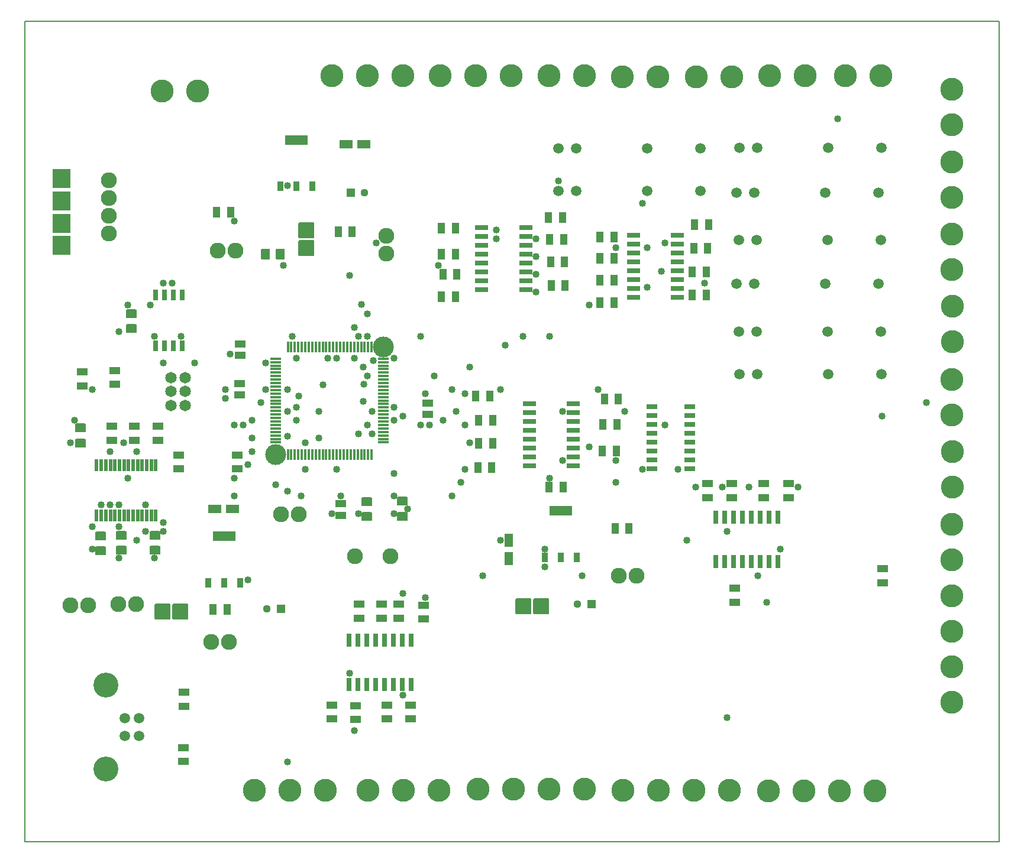
<source format=gbr>
G04 PROTEUS GERBER X2 FILE*
%TF.GenerationSoftware,Labcenter,Proteus,8.9-SP0-Build27865*%
%TF.CreationDate,2020-09-22T21:26:54+00:00*%
%TF.FileFunction,Soldermask,Top*%
%TF.FilePolarity,Negative*%
%TF.Part,Single*%
%TF.SameCoordinates,{f185f003-b8c0-4bff-ac61-c446508f75ad}*%
%FSLAX45Y45*%
%MOMM*%
G01*
%TA.AperFunction,Material*%
%ADD52C,1.016000*%
%AMPPAD047*
4,1,4,
-0.749300,-0.152400,
-0.749300,0.152400,
0.749300,0.152400,
0.749300,-0.152400,
-0.749300,-0.152400,
0*%
%TA.AperFunction,Material*%
%ADD53PPAD047*%
%AMPPAD048*
4,1,4,
-0.152400,0.749300,
0.152400,0.749300,
0.152400,-0.749300,
-0.152400,-0.749300,
-0.152400,0.749300,
0*%
%ADD54PPAD048*%
%ADD55C,3.000000*%
%AMPPAD050*
4,1,4,
-0.735000,-0.535000,
-0.735000,0.535000,
0.735000,0.535000,
0.735000,-0.535000,
-0.735000,-0.535000,
0*%
%TA.AperFunction,Material*%
%ADD56PPAD050*%
%AMPPAD051*
4,1,36,
-0.508000,0.762000,
0.508000,0.762000,
0.533970,0.759470,
0.557980,0.752200,
0.579580,0.740650,
0.598290,0.725290,
0.613650,0.706570,
0.625200,0.684980,
0.632470,0.660970,
0.635000,0.635000,
0.635000,-0.635000,
0.632470,-0.660970,
0.625200,-0.684980,
0.613650,-0.706570,
0.598290,-0.725290,
0.579580,-0.740650,
0.557980,-0.752200,
0.533970,-0.759470,
0.508000,-0.762000,
-0.508000,-0.762000,
-0.533970,-0.759470,
-0.557980,-0.752200,
-0.579580,-0.740650,
-0.598290,-0.725290,
-0.613650,-0.706570,
-0.625200,-0.684980,
-0.632470,-0.660970,
-0.635000,-0.635000,
-0.635000,0.635000,
-0.632470,0.660970,
-0.625200,0.684980,
-0.613650,0.706570,
-0.598290,0.725290,
-0.579580,0.740650,
-0.557980,0.752200,
-0.533970,0.759470,
-0.508000,0.762000,
0*%
%ADD57PPAD051*%
%TA.AperFunction,Material*%
%ADD58C,1.651000*%
%TA.AperFunction,Material*%
%ADD59C,2.286000*%
%AMPPAD054*
4,1,36,
0.762000,0.508000,
0.762000,-0.508000,
0.759470,-0.533970,
0.752200,-0.557980,
0.740650,-0.579580,
0.725290,-0.598290,
0.706570,-0.613650,
0.684980,-0.625200,
0.660970,-0.632470,
0.635000,-0.635000,
-0.635000,-0.635000,
-0.660970,-0.632470,
-0.684980,-0.625200,
-0.706570,-0.613650,
-0.725290,-0.598290,
-0.740650,-0.579580,
-0.752200,-0.557980,
-0.759470,-0.533970,
-0.762000,-0.508000,
-0.762000,0.508000,
-0.759470,0.533970,
-0.752200,0.557980,
-0.740650,0.579580,
-0.725290,0.598290,
-0.706570,0.613650,
-0.684980,0.625200,
-0.660970,0.632470,
-0.635000,0.635000,
0.635000,0.635000,
0.660970,0.632470,
0.684980,0.625200,
0.706570,0.613650,
0.725290,0.598290,
0.740650,0.579580,
0.752200,0.557980,
0.759470,0.533970,
0.762000,0.508000,
0*%
%TA.AperFunction,Material*%
%ADD60PPAD054*%
%AMPPAD055*
4,1,4,
0.469900,-0.723900,
-0.469900,-0.723900,
-0.469900,0.723900,
0.469900,0.723900,
0.469900,-0.723900,
0*%
%ADD61PPAD055*%
%AMPPAD056*
4,1,4,
0.723900,0.469900,
0.723900,-0.469900,
-0.723900,-0.469900,
-0.723900,0.469900,
0.723900,0.469900,
0*%
%ADD62PPAD056*%
%ADD63C,3.302000*%
%AMPPAD058*
4,1,4,
0.350000,0.775000,
0.350000,-0.775000,
-0.350000,-0.775000,
-0.350000,0.775000,
0.350000,0.775000,
0*%
%TA.AperFunction,Material*%
%ADD64PPAD058*%
%AMPPAD059*
4,1,36,
-0.395000,0.655000,
0.395000,0.655000,
0.409310,0.653610,
0.422550,0.649600,
0.434450,0.643230,
0.444760,0.634760,
0.453230,0.624450,
0.459600,0.612550,
0.463610,0.599310,
0.465000,0.585000,
0.465000,-0.585000,
0.463610,-0.599310,
0.459600,-0.612550,
0.453230,-0.624450,
0.444760,-0.634760,
0.434450,-0.643230,
0.422550,-0.649600,
0.409310,-0.653610,
0.395000,-0.655000,
-0.395000,-0.655000,
-0.409310,-0.653610,
-0.422550,-0.649600,
-0.434450,-0.643230,
-0.444760,-0.634760,
-0.453230,-0.624450,
-0.459600,-0.612550,
-0.463610,-0.599310,
-0.465000,-0.585000,
-0.465000,0.585000,
-0.463610,0.599310,
-0.459600,0.612550,
-0.453230,0.624450,
-0.444760,0.634760,
-0.434450,0.643230,
-0.422550,0.649600,
-0.409310,0.653610,
-0.395000,0.655000,
0*%
%TA.AperFunction,Material*%
%ADD65PPAD059*%
%AMPPAD060*
4,1,36,
-1.520000,0.655000,
1.520000,0.655000,
1.540450,0.653010,
1.559360,0.647290,
1.576360,0.638190,
1.591090,0.626090,
1.603190,0.611360,
1.612280,0.594360,
1.618010,0.575450,
1.620000,0.555000,
1.620000,-0.555000,
1.618010,-0.575450,
1.612280,-0.594360,
1.603190,-0.611360,
1.591090,-0.626090,
1.576360,-0.638190,
1.559360,-0.647290,
1.540450,-0.653010,
1.520000,-0.655000,
-1.520000,-0.655000,
-1.540450,-0.653010,
-1.559360,-0.647290,
-1.576360,-0.638190,
-1.591090,-0.626090,
-1.603190,-0.611360,
-1.612280,-0.594360,
-1.618010,-0.575450,
-1.620000,-0.555000,
-1.620000,0.555000,
-1.618010,0.575450,
-1.612280,0.594360,
-1.603190,0.611360,
-1.591090,0.626090,
-1.576360,0.638190,
-1.559360,0.647290,
-1.540450,0.653010,
-1.520000,0.655000,
0*%
%ADD66PPAD060*%
%AMPPAD061*
4,1,4,
-0.560000,0.560000,
0.560000,0.560000,
0.560000,-0.560000,
-0.560000,-0.560000,
-0.560000,0.560000,
0*%
%TA.AperFunction,Material*%
%ADD67PPAD061*%
%ADD68C,1.120000*%
%AMPPAD063*
4,1,4,
-0.901700,-0.622300,
-0.901700,0.622300,
0.901700,0.622300,
0.901700,-0.622300,
-0.901700,-0.622300,
0*%
%ADD69PPAD063*%
%AMPPAD064*
4,1,36,
-1.143000,-1.016000,
-1.143000,1.016000,
-1.140470,1.041970,
-1.133200,1.065980,
-1.121650,1.087580,
-1.106290,1.106290,
-1.087570,1.121650,
-1.065980,1.133200,
-1.041970,1.140470,
-1.016000,1.143000,
1.016000,1.143000,
1.041970,1.140470,
1.065980,1.133200,
1.087570,1.121650,
1.106290,1.106290,
1.121650,1.087580,
1.133200,1.065980,
1.140470,1.041970,
1.143000,1.016000,
1.143000,-1.016000,
1.140470,-1.041970,
1.133200,-1.065980,
1.121650,-1.087580,
1.106290,-1.106290,
1.087570,-1.121650,
1.065980,-1.133200,
1.041970,-1.140470,
1.016000,-1.143000,
-1.016000,-1.143000,
-1.041970,-1.140470,
-1.065980,-1.133200,
-1.087570,-1.121650,
-1.106290,-1.106290,
-1.121650,-1.087580,
-1.133200,-1.065980,
-1.140470,-1.041970,
-1.143000,-1.016000,
0*%
%ADD74PPAD064*%
%AMPPAD065*
4,1,36,
-1.016000,1.143000,
1.016000,1.143000,
1.041970,1.140470,
1.065980,1.133200,
1.087580,1.121650,
1.106290,1.106290,
1.121650,1.087570,
1.133200,1.065980,
1.140470,1.041970,
1.143000,1.016000,
1.143000,-1.016000,
1.140470,-1.041970,
1.133200,-1.065980,
1.121650,-1.087570,
1.106290,-1.106290,
1.087580,-1.121650,
1.065980,-1.133200,
1.041970,-1.140470,
1.016000,-1.143000,
-1.016000,-1.143000,
-1.041970,-1.140470,
-1.065980,-1.133200,
-1.087580,-1.121650,
-1.106290,-1.106290,
-1.121650,-1.087570,
-1.133200,-1.065980,
-1.140470,-1.041970,
-1.143000,-1.016000,
-1.143000,1.016000,
-1.140470,1.041970,
-1.133200,1.065980,
-1.121650,1.087570,
-1.106290,1.106290,
-1.087580,1.121650,
-1.065980,1.133200,
-1.041970,1.140470,
-1.016000,1.143000,
0*%
%ADD75PPAD065*%
%AMPPAD066*
4,1,4,
0.622300,-0.901700,
-0.622300,-0.901700,
-0.622300,0.901700,
0.622300,0.901700,
0.622300,-0.901700,
0*%
%ADD76PPAD066*%
%AMPPAD067*
4,1,4,
-0.900000,0.325000,
0.900000,0.325000,
0.900000,-0.325000,
-0.900000,-0.325000,
-0.900000,0.325000,
0*%
%TA.AperFunction,Material*%
%ADD77PPAD067*%
%AMPPAD068*
4,1,4,
-0.760000,0.325000,
0.760000,0.325000,
0.760000,-0.325000,
-0.760000,-0.325000,
-0.760000,0.325000,
0*%
%ADD78PPAD068*%
%TA.AperFunction,Material*%
%ADD79C,1.500000*%
%AMPPAD070*
4,1,4,
-0.325000,-0.900000,
-0.325000,0.900000,
0.325000,0.900000,
0.325000,-0.900000,
-0.325000,-0.900000,
0*%
%TA.AperFunction,Material*%
%ADD80PPAD070*%
%AMPPAD071*
4,1,4,
-0.228600,0.876300,
0.228600,0.876300,
0.228600,-0.876300,
-0.228600,-0.876300,
-0.228600,0.876300,
0*%
%TA.AperFunction,Material*%
%ADD81PPAD071*%
%TA.AperFunction,Material*%
%ADD82C,3.570000*%
%AMPPAD073*
4,1,4,
1.250000,1.350000,
1.250000,-1.350000,
-1.250000,-1.350000,
-1.250000,1.350000,
1.250000,1.350000,
0*%
%TA.AperFunction,Material*%
%ADD83PPAD073*%
%TA.AperFunction,Profile*%
%ADD37C,0.203200*%
%TD.AperFunction*%
D52*
X-8001000Y+2286000D03*
X-8636000Y+2222500D03*
X-5207000Y+4953000D03*
X-7112000Y+4064000D03*
X-6540500Y+4191000D03*
X-5969000Y+3429000D03*
X-4508500Y+2476500D03*
X-8001000Y+2159000D03*
X+508000Y+1524000D03*
X-6286500Y+5969000D03*
X-8509000Y+5397500D03*
X+825500Y+1905000D03*
X-5207000Y+2413000D03*
X-6985000Y+2667000D03*
X-4254500Y+4127500D03*
X-8636000Y+1778000D03*
X-5588000Y+2413000D03*
X-9017000Y+1905000D03*
X-7048500Y+4699000D03*
X-7874000Y+5715000D03*
X-8255000Y+2540000D03*
X-6223000Y+7112000D03*
X-8509000Y+2921000D03*
X-6159500Y+4953000D03*
X-9334500Y+3429000D03*
X-1143000Y+3048000D03*
X-8763000Y+2540000D03*
X-2540000Y+1905000D03*
X-3175000Y+2032000D03*
X-7112000Y+4191000D03*
X-8382000Y+2032000D03*
X-3683000Y+3683000D03*
X+381000Y+2794000D03*
X-4572000Y+1270000D03*
X-5270500Y+4635500D03*
X-381000Y+2794000D03*
X-8636000Y+5016500D03*
X-6985000Y+6604000D03*
X-8128000Y+1778000D03*
X-8382000Y+3302000D03*
X+0Y+2794000D03*
X+1079500Y+2794000D03*
X-3683000Y+4127500D03*
X-5270500Y-698500D03*
X-4191000Y+3683000D03*
X-2667000Y+5842000D03*
X-2667000Y+6096000D03*
X-2667000Y+6350000D03*
X-2667000Y+5588000D03*
X-3683000Y+3048000D03*
X-6096000Y+4635500D03*
X-8763000Y+3302000D03*
X-8001000Y+5715000D03*
X-4254500Y+1206500D03*
X-7747000Y+4953000D03*
X-9271000Y+3746500D03*
X-6223000Y+4191000D03*
X-9017000Y+4191000D03*
X-3619500Y+3429000D03*
X-4699000Y+3937000D03*
X-8636000Y+2540000D03*
X-5969000Y+3048000D03*
X-5461000Y+2667000D03*
X-4953000Y+6286500D03*
X-1397000Y+3873500D03*
X-2286000Y+3873500D03*
X-1905000Y+3365500D03*
X-825500Y+3683000D03*
X-2286000Y+3175000D03*
X-2476500Y+2921000D03*
X-1079500Y+5651500D03*
X-1143000Y+6858000D03*
X-1524000Y+6223000D03*
X-1079500Y+6223000D03*
X-3238500Y+6350000D03*
X-3238500Y+6477000D03*
X-2540000Y+1651000D03*
X-8255000Y+2159000D03*
X-8572500Y+3429000D03*
X-2349500Y+7175500D03*
X-2857500Y+4953000D03*
X-2476500Y+4953000D03*
X-1905000Y+5397500D03*
X-1778000Y+4191000D03*
X-1524000Y+2857500D03*
X+635000Y+1143000D03*
X-4064000Y+5969000D03*
X-1524000Y+3175000D03*
X-635000Y+3048000D03*
X+63500Y-508000D03*
X-6731000Y+3746500D03*
X-5207000Y+3556000D03*
X-5715000Y+4254500D03*
X-508000Y+2032000D03*
X-5270500Y+5080000D03*
X-6604000Y+4000500D03*
X-5080000Y+5270500D03*
X+63500Y+2159000D03*
X-3873500Y+2667000D03*
X-5651500Y+4635500D03*
X-6731000Y+3492500D03*
X-6731000Y+3302000D03*
X-6985000Y+3683000D03*
X-6858000Y+3683000D03*
X+2286000Y+3810000D03*
X+2921000Y+4000500D03*
X-6096000Y+3746500D03*
X-5334000Y+127000D03*
X-4572000Y-190500D03*
X-6223000Y-1143000D03*
X-4318000Y+4953000D03*
X-5080000Y+4953000D03*
X-5080000Y+4381500D03*
X-4318000Y+3683000D03*
X-3175000Y+4191000D03*
X-4699000Y+4635500D03*
X-6540500Y+4572000D03*
X-7556500Y+4572000D03*
X-6985000Y+2921000D03*
X-8128000Y+4953000D03*
X-3619500Y+4508500D03*
X-5016500Y+3556000D03*
X-3111500Y+4826000D03*
X-5080000Y+3683000D03*
X-4000500Y+3746500D03*
X-4699000Y+3746500D03*
X-4127500Y+4381500D03*
X-4572000Y+3810000D03*
X-3873500Y+4191000D03*
X-5016500Y+3873500D03*
X-8191500Y+5397500D03*
X-8890000Y+2540000D03*
X-9017000Y+2222500D03*
X-2006600Y+1524000D03*
X-3429000Y+1524000D03*
X-6794500Y+1460500D03*
X-5524500Y+3048000D03*
X-4699000Y+2984500D03*
X-4699000Y+2667000D03*
X-4699000Y+2413000D03*
X-825500Y+6286500D03*
X-5334822Y+5820956D03*
X-870000Y+5880000D03*
X+1651000Y+8064500D03*
X-5524500Y+4635500D03*
X-3746500Y+2857500D03*
X-6223000Y+3873500D03*
X-6223000Y+2730500D03*
X-6794500Y+3111500D03*
X-5133588Y+4261161D03*
X-254000Y+5715000D03*
X-5143500Y+4020000D03*
X-4997991Y+4601754D03*
X-5165689Y+5403429D03*
X-5143500Y+4508500D03*
X-3810000Y+3873500D03*
X-5778500Y+3492500D03*
X-8001000Y+4572000D03*
X-6060000Y+4090000D03*
X-6096000Y+3937000D03*
X-6032500Y+2667000D03*
X-5778500Y+3873500D03*
X-6221197Y+3517018D03*
X-6390000Y+2820000D03*
D53*
X-6390000Y+4630000D03*
X-6390000Y+4580000D03*
X-6390000Y+4530000D03*
X-6390000Y+4480000D03*
X-6390000Y+4430000D03*
X-6390000Y+4380000D03*
X-6390000Y+4330000D03*
X-6390000Y+4280000D03*
X-6390000Y+4230000D03*
X-6390000Y+4180000D03*
X-6390000Y+4130000D03*
X-6390000Y+4080000D03*
X-6390000Y+4030000D03*
X-6390000Y+3980000D03*
X-6390000Y+3930000D03*
X-6390000Y+3880000D03*
X-6390000Y+3830000D03*
X-6390000Y+3780000D03*
X-6390000Y+3730000D03*
X-6390000Y+3680000D03*
X-6390000Y+3630000D03*
X-6390000Y+3580000D03*
X-6390000Y+3530000D03*
X-6390000Y+3480000D03*
X-6390000Y+3430000D03*
D54*
X-6220000Y+3260000D03*
X-6170000Y+3260000D03*
X-6120000Y+3260000D03*
X-6070000Y+3260000D03*
X-6020000Y+3260000D03*
X-5970000Y+3260000D03*
X-5920000Y+3260000D03*
X-5870000Y+3260000D03*
X-5820000Y+3260000D03*
X-5770000Y+3260000D03*
X-5720000Y+3260000D03*
X-5670000Y+3260000D03*
X-5620000Y+3260000D03*
X-5570000Y+3260000D03*
X-5520000Y+3260000D03*
X-5470000Y+3260000D03*
X-5420000Y+3260000D03*
X-5370000Y+3260000D03*
X-5320000Y+3260000D03*
X-5270000Y+3260000D03*
X-5220000Y+3260000D03*
X-5170000Y+3260000D03*
X-5120000Y+3260000D03*
X-5070000Y+3260000D03*
X-5020000Y+3260000D03*
D53*
X-4850000Y+3430000D03*
X-4850000Y+3480000D03*
X-4850000Y+3530000D03*
X-4850000Y+3580000D03*
X-4850000Y+3630000D03*
X-4850000Y+3680000D03*
X-4850000Y+3730000D03*
X-4850000Y+3780000D03*
X-4850000Y+3830000D03*
X-4850000Y+3880000D03*
X-4850000Y+3930000D03*
X-4850000Y+3980000D03*
X-4850000Y+4030000D03*
X-4850000Y+4080000D03*
X-4850000Y+4130000D03*
X-4850000Y+4180000D03*
X-4850000Y+4230000D03*
X-4850000Y+4280000D03*
X-4850000Y+4330000D03*
X-4850000Y+4380000D03*
X-4850000Y+4430000D03*
X-4850000Y+4480000D03*
X-4850000Y+4530000D03*
X-4850000Y+4580000D03*
X-4850000Y+4630000D03*
D54*
X-5020000Y+4800000D03*
X-5070000Y+4800000D03*
X-5120000Y+4800000D03*
X-5170000Y+4800000D03*
X-5220000Y+4800000D03*
X-5270000Y+4800000D03*
X-5320000Y+4800000D03*
X-5370000Y+4800000D03*
X-5420000Y+4800000D03*
X-5470000Y+4800000D03*
X-5520000Y+4800000D03*
X-5570000Y+4800000D03*
X-5620000Y+4800000D03*
X-5670000Y+4800000D03*
X-5720000Y+4800000D03*
X-5770000Y+4800000D03*
X-5820000Y+4800000D03*
X-5870000Y+4800000D03*
X-5920000Y+4800000D03*
X-5970000Y+4800000D03*
X-6020000Y+4800000D03*
X-6070000Y+4800000D03*
X-6120000Y+4800000D03*
X-6170000Y+4800000D03*
X-6220000Y+4800000D03*
D55*
X-4850000Y+4800000D03*
X-6390000Y+3260000D03*
D56*
X-4220000Y+3830000D03*
X-4220000Y+3994000D03*
X-5460000Y+2550000D03*
X-5460000Y+2386000D03*
X-6910000Y+4274000D03*
X-6910000Y+4110000D03*
D57*
X-6540000Y+6130000D03*
X-6326640Y+6130000D03*
D58*
X-7690000Y+3960000D03*
X-7890000Y+3960000D03*
X-7690000Y+4160000D03*
X-7890000Y+4160000D03*
X-7690000Y+4360000D03*
X-7890000Y+4360000D03*
D59*
X-8780000Y+7188000D03*
X-8780000Y+6934000D03*
X-8780000Y+6680000D03*
X-8780000Y+6426000D03*
D56*
X-6900000Y+4842000D03*
X-6900000Y+4678000D03*
D59*
X-5260000Y+1800000D03*
X-4752000Y+1800000D03*
D60*
X-5090000Y+2580000D03*
X-5090000Y+2366640D03*
X-4580000Y+2370000D03*
X-4580000Y+2583360D03*
D61*
X-7040000Y+6730000D03*
X-7240000Y+6730000D03*
D59*
X-6970000Y+6180000D03*
X-7224000Y+6180000D03*
D62*
X-6940000Y+3250000D03*
X-6940000Y+3050000D03*
D59*
X-6320000Y+2400000D03*
X-6066000Y+2400000D03*
D63*
X-8019423Y+8463085D03*
X-7511423Y+8463085D03*
D64*
X-7729500Y+5545000D03*
X-7856500Y+5545000D03*
X-7983500Y+5545000D03*
X-8110500Y+5545000D03*
X-8110500Y+4815000D03*
X-7983500Y+4815000D03*
X-7856500Y+4815000D03*
X-7729500Y+4815000D03*
D65*
X-7359000Y+1416000D03*
X-7130000Y+1416000D03*
X-6901000Y+1416000D03*
D66*
X-7130000Y+2084000D03*
D65*
X-6329000Y+7096000D03*
X-6100000Y+7096000D03*
X-5871000Y+7096000D03*
D66*
X-6100000Y+7764000D03*
D65*
X-2543000Y+1786000D03*
X-2314000Y+1786000D03*
X-2085000Y+1786000D03*
D66*
X-2314000Y+2454000D03*
D67*
X-5320000Y+7010000D03*
D68*
X-5120000Y+7010000D03*
D69*
X-5390000Y+7700000D03*
X-5130000Y+7700000D03*
D74*
X-5950000Y+6210000D03*
X-5950000Y+6464000D03*
D61*
X-5500000Y+6450000D03*
X-5300000Y+6450000D03*
D59*
X-4810000Y+6390000D03*
X-4810000Y+6136000D03*
D75*
X-8010000Y+1000000D03*
X-7756000Y+1000000D03*
D61*
X-7290000Y+1040000D03*
X-7090000Y+1040000D03*
D59*
X-7060000Y+570000D03*
X-7314000Y+570000D03*
D67*
X-6320000Y+1050000D03*
D68*
X-6520000Y+1050000D03*
D75*
X-2844000Y+1080000D03*
X-2590000Y+1080000D03*
D59*
X-1484000Y+1520000D03*
X-1230000Y+1520000D03*
D61*
X-1536000Y+2200000D03*
X-1336000Y+2200000D03*
D76*
X-3054000Y+1770000D03*
X-3054000Y+2030000D03*
D67*
X-1874000Y+1110000D03*
D68*
X-2074000Y+1110000D03*
D77*
X-2765000Y+3984500D03*
X-2765000Y+3857500D03*
X-2765000Y+3730500D03*
X-2765000Y+3603500D03*
X-2765000Y+3476500D03*
X-2765000Y+3349500D03*
X-2765000Y+3222500D03*
X-2765000Y+3095500D03*
X-2135000Y+3095500D03*
X-2135000Y+3222500D03*
X-2135000Y+3349500D03*
X-2135000Y+3476500D03*
X-2135000Y+3603500D03*
X-2135000Y+3730500D03*
X-2135000Y+3857500D03*
X-2135000Y+3984500D03*
D78*
X-1011000Y+3944500D03*
X-1011000Y+3817500D03*
X-1011000Y+3690500D03*
X-1011000Y+3563500D03*
X-1011000Y+3436500D03*
X-1011000Y+3309500D03*
X-1011000Y+3182500D03*
X-1011000Y+3055500D03*
X-469000Y+3055500D03*
X-469000Y+3182500D03*
X-469000Y+3309500D03*
X-469000Y+3436500D03*
X-469000Y+3563500D03*
X-469000Y+3690500D03*
X-469000Y+3817500D03*
X-469000Y+3944500D03*
D61*
X-3500000Y+3070000D03*
X-3300000Y+3070000D03*
X-3530000Y+4090000D03*
X-3330000Y+4090000D03*
X-3490000Y+3750000D03*
X-3290000Y+3750000D03*
X-3490000Y+3420000D03*
X-3290000Y+3420000D03*
X-1490000Y+4050000D03*
X-1690000Y+4050000D03*
X-1510000Y+3690000D03*
X-1710000Y+3690000D03*
X-1520000Y+3310000D03*
X-1720000Y+3310000D03*
X-2280000Y+2790000D03*
X-2480000Y+2790000D03*
D63*
X+3280000Y+1750000D03*
X+3280000Y+2258000D03*
X+3290000Y+2790000D03*
X+3290000Y+3298000D03*
X+3280000Y+3820000D03*
X+3280000Y+4328000D03*
X+3290000Y+4870000D03*
X+3290000Y+5378000D03*
D77*
X-2815000Y+5615500D03*
X-2815000Y+5742500D03*
X-2815000Y+5869500D03*
X-2815000Y+5996500D03*
X-2815000Y+6123500D03*
X-2815000Y+6250500D03*
X-2815000Y+6377500D03*
X-2815000Y+6504500D03*
X-3445000Y+6504500D03*
X-3445000Y+6377500D03*
X-3445000Y+6250500D03*
X-3445000Y+6123500D03*
X-3445000Y+5996500D03*
X-3445000Y+5869500D03*
X-3445000Y+5742500D03*
X-3445000Y+5615500D03*
X-645000Y+5505500D03*
X-645000Y+5632500D03*
X-645000Y+5759500D03*
X-645000Y+5886500D03*
X-645000Y+6013500D03*
X-645000Y+6140500D03*
X-645000Y+6267500D03*
X-645000Y+6394500D03*
X-1275000Y+6394500D03*
X-1275000Y+6267500D03*
X-1275000Y+6140500D03*
X-1275000Y+6013500D03*
X-1275000Y+5886500D03*
X-1275000Y+5759500D03*
X-1275000Y+5632500D03*
X-1275000Y+5505500D03*
D79*
X+2236000Y+7010000D03*
X+1474000Y+7010000D03*
X+458000Y+7010000D03*
X+204000Y+7010000D03*
X+2276000Y+7650000D03*
X+1514000Y+7650000D03*
X+498000Y+7650000D03*
X+244000Y+7650000D03*
X+2266000Y+6330000D03*
X+1504000Y+6330000D03*
X+488000Y+6330000D03*
X+234000Y+6330000D03*
X+2236000Y+5700000D03*
X+1474000Y+5700000D03*
X+458000Y+5700000D03*
X+204000Y+5700000D03*
X+2266000Y+5020000D03*
X+1504000Y+5020000D03*
X+488000Y+5020000D03*
X+234000Y+5020000D03*
X+2276000Y+4410000D03*
X+1514000Y+4410000D03*
X+498000Y+4410000D03*
X+244000Y+4410000D03*
X-314000Y+7640000D03*
X-1076000Y+7640000D03*
X-2092000Y+7640000D03*
X-2346000Y+7640000D03*
X-314000Y+7030000D03*
X-1076000Y+7030000D03*
X-2092000Y+7030000D03*
X-2346000Y+7030000D03*
D63*
X+3280000Y+5910000D03*
X+3280000Y+6418000D03*
X+3280000Y+6940000D03*
X+3280000Y+7448000D03*
X+3280000Y+7980000D03*
X+3280000Y+8488000D03*
X+1760000Y+8680000D03*
X+2268000Y+8680000D03*
X+680000Y+8680000D03*
X+1188000Y+8680000D03*
X-370000Y+8670000D03*
X+138000Y+8670000D03*
X-1430000Y+8670000D03*
X-922000Y+8670000D03*
X-2480000Y+8680000D03*
X-1972000Y+8680000D03*
D61*
X-2250000Y+5680000D03*
X-2450000Y+5680000D03*
X-2260000Y+6020000D03*
X-2460000Y+6020000D03*
X-2270000Y+6340000D03*
X-2470000Y+6340000D03*
X-2290000Y+6650000D03*
X-2490000Y+6650000D03*
X-1750000Y+6370000D03*
X-1550000Y+6370000D03*
X-1750000Y+5430000D03*
X-1550000Y+5430000D03*
X-1750000Y+5750000D03*
X-1550000Y+5750000D03*
X-1750000Y+6070000D03*
X-1550000Y+6070000D03*
X-230000Y+5540000D03*
X-430000Y+5540000D03*
X-230000Y+5870000D03*
X-430000Y+5870000D03*
X-210000Y+6210000D03*
X-410000Y+6210000D03*
X-200000Y+6550000D03*
X-400000Y+6550000D03*
X-4020000Y+5520000D03*
X-3820000Y+5520000D03*
X-4020000Y+6130000D03*
X-3820000Y+6130000D03*
X-4020000Y+6500000D03*
X-3820000Y+6500000D03*
X-4000000Y+5840000D03*
X-3800000Y+5840000D03*
D63*
X+3280000Y+1230000D03*
X+3280000Y+722000D03*
X+3280000Y+214000D03*
X+3280000Y-294000D03*
X-4040000Y+8680000D03*
X-3532000Y+8680000D03*
X-3024000Y+8680000D03*
X-5590000Y+8680000D03*
X-5082000Y+8680000D03*
X-4574000Y+8680000D03*
X+660000Y-1560000D03*
X+1168000Y-1560000D03*
X+1676000Y-1560000D03*
X+2184000Y-1560000D03*
X-1420000Y-1550000D03*
X-912000Y-1550000D03*
X-404000Y-1550000D03*
X+104000Y-1550000D03*
X-3500000Y-1540000D03*
X-2992000Y-1540000D03*
X-2484000Y-1540000D03*
X-1976000Y-1540000D03*
D80*
X-94500Y+1725000D03*
X+32500Y+1725000D03*
X+159500Y+1725000D03*
X+286500Y+1725000D03*
X+413500Y+1725000D03*
X+540500Y+1725000D03*
X+667500Y+1725000D03*
X+794500Y+1725000D03*
X+794500Y+2355000D03*
X+667500Y+2355000D03*
X+540500Y+2355000D03*
X+413500Y+2355000D03*
X+286500Y+2355000D03*
X+159500Y+2355000D03*
X+32500Y+2355000D03*
X-94500Y+2355000D03*
X-4455500Y+595000D03*
X-4582500Y+595000D03*
X-4709500Y+595000D03*
X-4836500Y+595000D03*
X-4963500Y+595000D03*
X-5090500Y+595000D03*
X-5217500Y+595000D03*
X-5344500Y+595000D03*
X-5344500Y-35000D03*
X-5217500Y-35000D03*
X-5090500Y-35000D03*
X-4963500Y-35000D03*
X-4836500Y-35000D03*
X-4709500Y-35000D03*
X-4582500Y-35000D03*
X-4455500Y-35000D03*
D63*
X-5070000Y-1550000D03*
X-4562000Y-1550000D03*
X-4054000Y-1550000D03*
X-6700000Y-1550000D03*
X-6192000Y-1550000D03*
X-5684000Y-1550000D03*
D81*
X-8110000Y+3100000D03*
X-8175000Y+3100000D03*
X-8240000Y+3100000D03*
X-8305000Y+3100000D03*
X-8370000Y+3100000D03*
X-8435000Y+3100000D03*
X-8500000Y+3100000D03*
X-8565000Y+3100000D03*
X-8630000Y+3100000D03*
X-8695000Y+3100000D03*
X-8760000Y+3100000D03*
X-8825000Y+3100000D03*
X-8890000Y+3100000D03*
X-8955000Y+3100000D03*
X-8955000Y+2380000D03*
X-8890000Y+2380000D03*
X-8825000Y+2380000D03*
X-8760000Y+2380000D03*
X-8695000Y+2380000D03*
X-8630000Y+2380000D03*
X-8565000Y+2380000D03*
X-8500000Y+2380000D03*
X-8435000Y+2380000D03*
X-8370000Y+2380000D03*
X-8305000Y+2380000D03*
X-8240000Y+2380000D03*
X-8175000Y+2380000D03*
X-8110000Y+2380000D03*
D59*
X-9330000Y+1100000D03*
X-9076000Y+1100000D03*
X-8644000Y+1110000D03*
X-8390000Y+1110000D03*
D62*
X+2290000Y+1620000D03*
X+2290000Y+1420000D03*
X-4630000Y+1110000D03*
X-4630000Y+910000D03*
X-4460000Y-530000D03*
X-4460000Y-330000D03*
X-4800000Y-530000D03*
X-4800000Y-330000D03*
X-5590000Y-330000D03*
X-5590000Y-530000D03*
X-5250000Y-340000D03*
X-5250000Y-540000D03*
X-4880000Y+910000D03*
X-4880000Y+1110000D03*
X-5200000Y+910000D03*
X-5200000Y+1110000D03*
X-8420000Y+3460000D03*
X-8420000Y+3660000D03*
X-8740000Y+3460000D03*
X-8740000Y+3660000D03*
X-7780000Y+3250000D03*
X-7780000Y+3050000D03*
D60*
X-8120000Y+1886640D03*
X-8120000Y+2100000D03*
X-8600000Y+2100000D03*
X-8600000Y+1886640D03*
D62*
X-8700000Y+4460000D03*
X-8700000Y+4260000D03*
X-9160000Y+4440000D03*
X-9160000Y+4240000D03*
X+180000Y+1140000D03*
X+180000Y+1340000D03*
X-210000Y+2840000D03*
X-210000Y+2640000D03*
X+130000Y+2840000D03*
X+130000Y+2640000D03*
X+950000Y+2640000D03*
X+950000Y+2840000D03*
X+590000Y+2640000D03*
X+590000Y+2840000D03*
D60*
X-8460000Y+5060000D03*
X-8460000Y+5273360D03*
D62*
X-7708148Y-150709D03*
X-7708148Y-350709D03*
X-7718148Y-940709D03*
X-7718148Y-1140709D03*
D69*
X-7270000Y+2480000D03*
X-7010000Y+2480000D03*
D79*
X-8349000Y-770000D03*
X-8349000Y-520000D03*
X-8549000Y-520000D03*
X-8549000Y-770000D03*
D82*
X-8820000Y-1247000D03*
X-8820000Y-43000D03*
D62*
X-8080000Y+3460000D03*
X-8080000Y+3660000D03*
X-4280000Y+1100000D03*
X-4280000Y+900000D03*
D60*
X-8900000Y+2090000D03*
X-8900000Y+1876640D03*
X-9190000Y+3633360D03*
X-9190000Y+3420000D03*
D83*
X-9460000Y+7210000D03*
X-9460000Y+6890000D03*
X-9460000Y+6570000D03*
X-9460000Y+6250000D03*
D37*
X-9980000Y-2290000D02*
X+3960000Y-2290000D01*
X+3960000Y+9460000D01*
X-9980000Y+9460000D01*
X-9980000Y-2290000D01*
M02*

</source>
